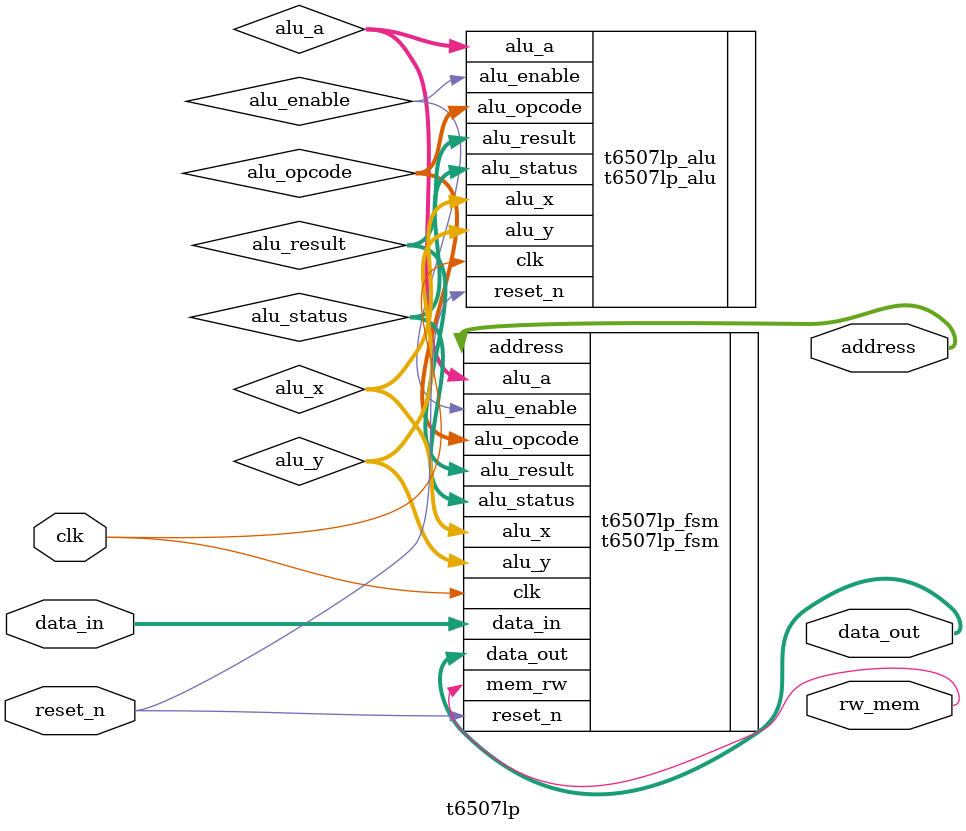
<source format=v>

`include "timescale.v"


module t6507lp(clk, reset_n, data_in, rw_mem, data_out, address);
	parameter [3:0] DATA_SIZE = 4'd8;
	parameter [3:0] ADDR_SIZE = 4'd13;

	localparam [3:0] DATA_SIZE_ = DATA_SIZE - 4'b0001;
	localparam [3:0] ADDR_SIZE_ = ADDR_SIZE - 4'b0001;

	// note: in the top level inputs are just inputs, outputs are just outputs and the internal signals are wired.
	input                 clk;
	input                 reset_n;
	input  [DATA_SIZE_:0] data_in;
	output                rw_mem;
	output [DATA_SIZE_:0] data_out;
	output [ADDR_SIZE_:0] address;

	wire [DATA_SIZE_:0] alu_result;
	wire [DATA_SIZE_:0] alu_status;
	wire [DATA_SIZE_:0] alu_x;
	wire [DATA_SIZE_:0] alu_y;
	wire [DATA_SIZE_:0] alu_opcode;
	wire [DATA_SIZE_:0] alu_a;
	wire alu_enable;

	// `include  "T6507LP_Package.v"
	//TODO change rw_mem to mem_rw
	t6507lp_fsm #(DATA_SIZE, ADDR_SIZE) t6507lp_fsm(
		.clk		(clk),
		.reset_n	(reset_n),
		.alu_result	(alu_result),
		.alu_status	(alu_status),
		.data_in	(data_in),
		.alu_x		(alu_x),
		.alu_y		(alu_y),
		.address	(address),
		.mem_rw		(rw_mem),
		.data_out	(data_out),
		.alu_opcode	(alu_opcode),
		.alu_a		(alu_a),
		.alu_enable	(alu_enable)
	);

	t6507lp_alu t6507lp_alu (
		.clk		(clk),
		.reset_n  	(reset_n),
		.alu_enable	(alu_enable),
		.alu_result	(alu_result),
		.alu_status	(alu_status),
		.alu_opcode	(alu_opcode),
		.alu_a		(alu_a),
		.alu_x		(alu_x),
		.alu_y		(alu_y)
	);
endmodule

</source>
